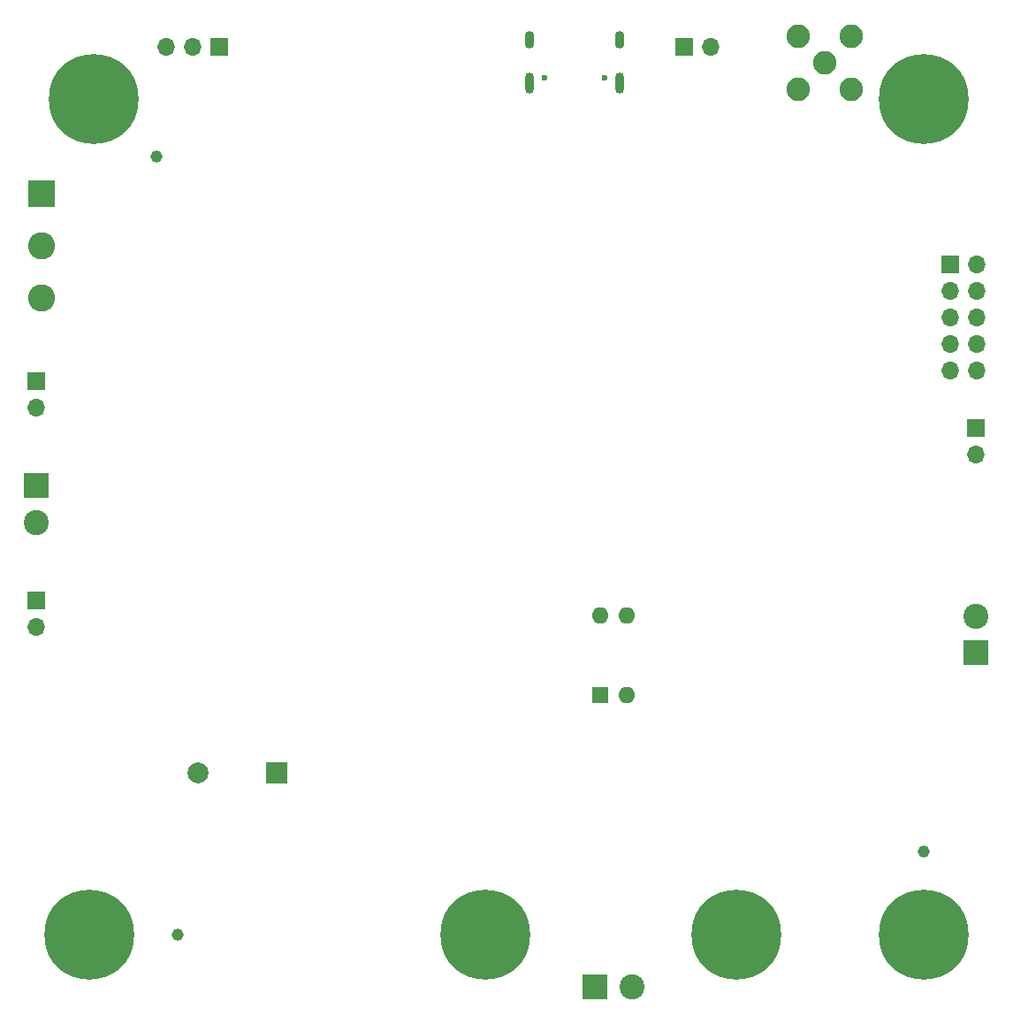
<source format=gbr>
G04 #@! TF.GenerationSoftware,KiCad,Pcbnew,(5.1.9)-1*
G04 #@! TF.CreationDate,2022-01-19T09:07:22+01:00*
G04 #@! TF.ProjectId,STM32F103C8T6,53544d33-3246-4313-9033-433854362e6b,rev?*
G04 #@! TF.SameCoordinates,Original*
G04 #@! TF.FileFunction,Soldermask,Bot*
G04 #@! TF.FilePolarity,Negative*
%FSLAX46Y46*%
G04 Gerber Fmt 4.6, Leading zero omitted, Abs format (unit mm)*
G04 Created by KiCad (PCBNEW (5.1.9)-1) date 2022-01-19 09:07:22*
%MOMM*%
%LPD*%
G01*
G04 APERTURE LIST*
%ADD10C,0.600000*%
%ADD11O,0.900000X1.700000*%
%ADD12O,0.900000X2.000000*%
%ADD13C,1.152000*%
%ADD14C,0.900000*%
%ADD15C,8.600000*%
%ADD16R,1.700000X1.700000*%
%ADD17O,1.700000X1.700000*%
%ADD18R,2.400000X2.400000*%
%ADD19C,2.400000*%
%ADD20R,2.600000X2.600000*%
%ADD21C,2.600000*%
%ADD22R,1.600000X1.600000*%
%ADD23O,1.600000X1.600000*%
%ADD24R,2.000000X2.000000*%
%ADD25C,2.000000*%
%ADD26C,2.250000*%
G04 APERTURE END LIST*
D10*
X129390000Y-37950000D03*
X123610000Y-37950000D03*
D11*
X122180000Y-34260000D03*
X130820000Y-34260000D03*
D12*
X122180000Y-38430000D03*
X130820000Y-38430000D03*
D13*
X160000000Y-112000000D03*
X86500000Y-45500000D03*
X88500000Y-120000000D03*
D14*
X82780419Y-37719581D03*
X80500000Y-36775000D03*
X78219581Y-37719581D03*
X77275000Y-40000000D03*
X78219581Y-42280419D03*
X80500000Y-43225000D03*
X82780419Y-42280419D03*
X83725000Y-40000000D03*
D15*
X80500000Y-40000000D03*
D14*
X82280419Y-117719581D03*
X80000000Y-116775000D03*
X77719581Y-117719581D03*
X76775000Y-120000000D03*
X77719581Y-122280419D03*
X80000000Y-123225000D03*
X82280419Y-122280419D03*
X83225000Y-120000000D03*
D15*
X80000000Y-120000000D03*
X160000000Y-120000000D03*
D14*
X163225000Y-120000000D03*
X162280419Y-122280419D03*
X160000000Y-123225000D03*
X157719581Y-122280419D03*
X156775000Y-120000000D03*
X157719581Y-117719581D03*
X160000000Y-116775000D03*
X162280419Y-117719581D03*
X162280419Y-37719581D03*
X160000000Y-36775000D03*
X157719581Y-37719581D03*
X156775000Y-40000000D03*
X157719581Y-42280419D03*
X160000000Y-43225000D03*
X162280419Y-42280419D03*
X163225000Y-40000000D03*
D15*
X160000000Y-40000000D03*
X118000000Y-120000000D03*
D14*
X121225000Y-120000000D03*
X120280419Y-122280419D03*
X118000000Y-123225000D03*
X115719581Y-122280419D03*
X114775000Y-120000000D03*
X115719581Y-117719581D03*
X118000000Y-116775000D03*
X120280419Y-117719581D03*
X144280419Y-117719581D03*
X142000000Y-116775000D03*
X139719581Y-117719581D03*
X138775000Y-120000000D03*
X139719581Y-122280419D03*
X142000000Y-123225000D03*
X144280419Y-122280419D03*
X145225000Y-120000000D03*
D15*
X142000000Y-120000000D03*
D16*
X75000000Y-67000000D03*
D17*
X75000000Y-69540000D03*
D18*
X75000000Y-77000000D03*
D19*
X75000000Y-80500000D03*
D17*
X139540000Y-35000000D03*
D16*
X137000000Y-35000000D03*
D18*
X165000000Y-93000000D03*
D19*
X165000000Y-89500000D03*
D16*
X162500000Y-55840000D03*
D17*
X165040000Y-55840000D03*
X162500000Y-58380000D03*
X165040000Y-58380000D03*
X162500000Y-60920000D03*
X165040000Y-60920000D03*
X162500000Y-63460000D03*
X165040000Y-63460000D03*
X162500000Y-66000000D03*
X165040000Y-66000000D03*
D16*
X165000000Y-71500000D03*
D17*
X165000000Y-74040000D03*
D20*
X75500000Y-49000000D03*
D21*
X75500000Y-54000000D03*
X75500000Y-59000000D03*
D16*
X92500000Y-35000000D03*
D17*
X89960000Y-35000000D03*
X87420000Y-35000000D03*
D19*
X132000000Y-125000000D03*
D18*
X128500000Y-125000000D03*
D17*
X74975000Y-90490000D03*
D16*
X74975000Y-87950000D03*
D22*
X129000000Y-97000000D03*
D23*
X131540000Y-89380000D03*
X131540000Y-97000000D03*
X129000000Y-89380000D03*
D24*
X98025000Y-104475000D03*
D25*
X90425000Y-104475000D03*
D26*
X150500000Y-36500000D03*
X153040000Y-39040000D03*
X153040000Y-33960000D03*
X147960000Y-33960000D03*
X147960000Y-39040000D03*
M02*

</source>
